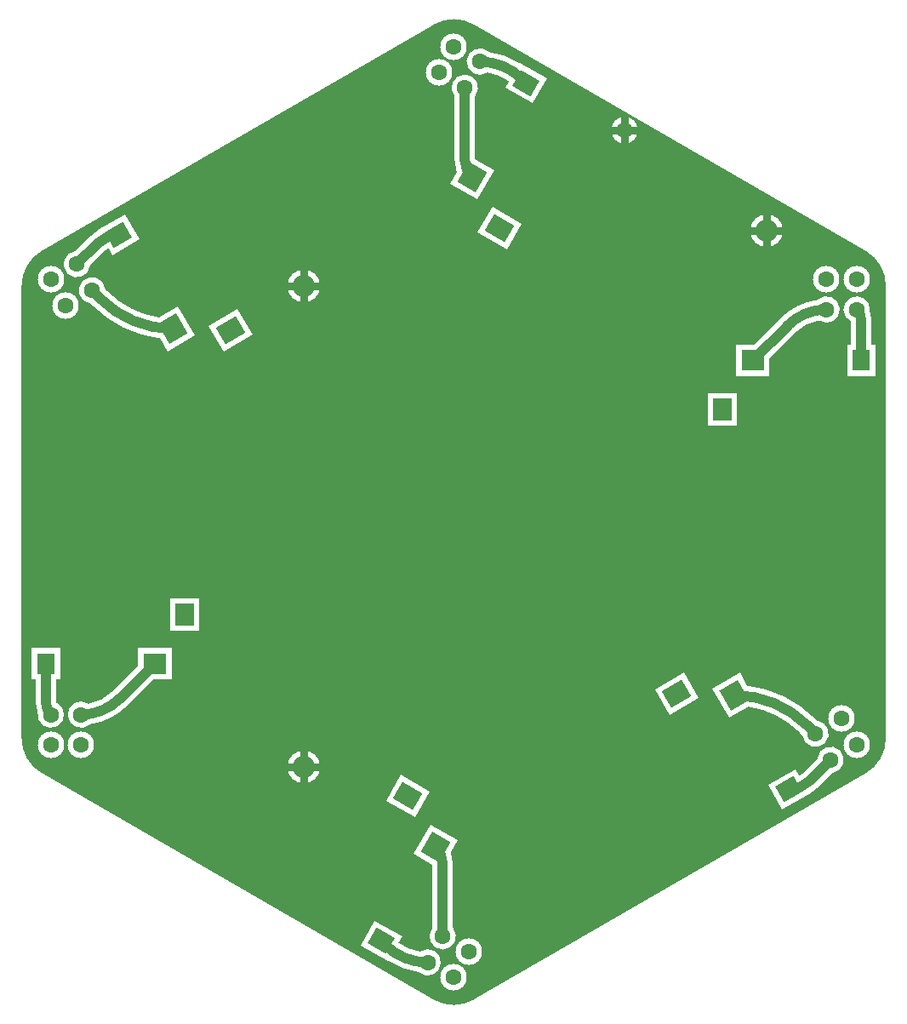
<source format=gbr>
G04 ================== begin FILE IDENTIFICATION RECORD ==================*
G04 Layout Name:  H:/JJL/PROJ/GS-Respeaker-Adapter/DESIGN/Adapter-Rev01.brd*
G04 Film Name:    SixMicAdapter-LAYER1-20200424*
G04 File Format:  Gerber RS274X*
G04 File Origin:  Cadence Allegro 16.6-2015-S108*
G04 Origin Date:  Fri Apr 24 13:42:38 2020*
G04 *
G04 Layer:  VIA CLASS/TOP*
G04 Layer:  PIN/TOP*
G04 Layer:  MANUFACTURING/TOP_FILM*
G04 Layer:  MANUFACTURING/ALL_FILM*
G04 Layer:  ETCH/TOP*
G04 *
G04 Offset:    (0.0000 0.0000)*
G04 Mirror:    No*
G04 Mode:      Positive*
G04 Rotation:  0*
G04 FullContactRelief:  No*
G04 UndefLineWidth:     0.0010*
G04 ================== end FILE IDENTIFICATION RECORD ====================*
%FSLAX35Y35*MOMM*%
%IR0*IPPOS*OFA0.00000B0.00000*MIA0B0*SFA1.00000B1.00000*%
%AMMACRO20*
21,1,2.3,1.9,0.0,0.0,150.*%
%ADD20MACRO20*%
%AMMACRO19*
21,1,2.3,2.1,0.0,0.0,60.*%
%ADD19MACRO19*%
%AMMACRO18*
21,1,1.8,2.1,0.0,0.0,60.*%
%ADD18MACRO18*%
%AMMACRO16*
21,1,2.3,1.9,0.0,0.0,30.*%
%ADD16MACRO16*%
%ADD12R,2.3X2.1*%
%ADD11R,1.8X2.1*%
%ADD15R,1.9X2.3*%
%ADD17C,2.2*%
%ADD10C,1.6*%
%AMMACRO13*
21,1,2.3,2.1,0.0,0.0,120.*%
%ADD13MACRO13*%
%AMMACRO14*
21,1,1.8,2.1,0.0,0.0,120.*%
%ADD14MACRO14*%
%ADD21C,.75*%
%ADD22C,1.*%
%ADD24C,3.2304*%
%ADD26C,2.6304*%
%ADD23C,2.6404*%
%ADD25R,2.9404X3.3404*%
G75*
%LPD*%
G75*
G36*
G01X199990Y-4849730D02*
G02X-199990I-199990J346401D01*
G01X-4099990Y-2598060D01*
G02X-4299990Y-2251660I199990J346404D01*
G01Y2251660D01*
G02X-4099990Y2598060I399990J-4D01*
G01X-199990Y4849730D01*
G02X199990I199990J-346401D01*
G01X4099990Y2598060D01*
G02X4299990Y2251660I-199990J-346404D01*
G01Y-2251660D01*
G02X4099990Y-2598060I-399990J4D01*
G01X199990Y-4849730D01*
G37*
%LPC*%
G75*
G36*
G01X-786400Y-4065210D02*
X-514440Y-4222230D01*
X-550310Y-4284350D01*
G03X-335910Y-4372120I290500J403871D01*
G02X-350260Y-4576160I76102J-107877D01*
G02X-643710Y-4467660I90438J695684D01*
G01X-645540Y-4466450D01*
X-655420Y-4468810D01*
X-928420Y-4311190D01*
X-786400Y-4065210D01*
G37*
G36*
G01X-7790Y-4136400D02*
G02X-211830I-102020J-83790D01*
G01Y-3506710D01*
X-400920Y-3397530D01*
X-233900Y-3108250D01*
X38060Y-3265270D01*
X-29790Y-3382790D01*
X-28970Y-3385030D01*
G02X-7790Y-3504310I-325368J-119295D01*
G01Y-4136400D01*
G37*
G36*
G01X-2988540Y-1665600D02*
X-3249230Y-1926290D01*
G02X-3618680Y-2110630I-460474J460479D01*
G02X-3634360Y-1906590I-91020J95628D01*
G03X-3393510Y-1782010I-75348J440777D01*
G01X-3142820Y-1531320D01*
Y-1351560D01*
X-2808780D01*
Y-1665600D01*
X-2988540D01*
G37*
G36*
G01X-3953780D02*
Y-1895410D01*
G02X-4140480Y-1996950I-55921J-119591D01*
G02X-4157820Y-1903710I242079J93252D01*
G01Y-1665600D01*
X-4197820D01*
Y-1351560D01*
X-3913780D01*
Y-1665600D01*
X-3953780D01*
G37*
G36*
G01X3393500Y1782010D02*
X3142820Y1531320D01*
Y1351560D01*
X2808780D01*
Y1665600D01*
X2988540D01*
X3249220Y1926290D01*
G02X3618680Y2110630I460473J-460482D01*
G02X3634360Y1906590I91020J-95628D01*
G03X3393500Y1782010I75337J-440781D01*
G37*
G36*
G01X4197820Y1665600D02*
Y1351560D01*
X3913780D01*
Y1665600D01*
X3953780D01*
Y1895410D01*
G02X4140480Y1996950I55921J119591D01*
G02X4157820Y1903710I-242079J-93252D01*
G01Y1665600D01*
X4197820D01*
G37*
G36*
G01X-3468490Y2218070D02*
X-3444590Y2194170D01*
G03X-2933400Y1935410I650221J650218D01*
G01X-2741900Y2045970D01*
X-2574880Y1756690D01*
X-2846840Y1599670D01*
X-2920900Y1727940D01*
X-2923450Y1728240D01*
G02X-3588870Y2049890I129075J1116151D01*
G01X-3612770Y2073790D01*
X-3614540Y2073990D01*
G02X-3468690Y2219840I14650J131200D01*
G01X-3468490Y2218070D01*
G37*
G36*
G01X-3269400Y2959630D02*
X-3127380Y2713650D01*
X-3399340Y2556630D01*
X-3434650Y2617790D01*
X-3446510Y2620290D01*
G03X-3471170Y2599440I112141J-157641D01*
G01X-3618490Y2452120D01*
X-3618690Y2450350D01*
G02X-3764540Y2596200I-131200J14650D01*
G01X-3762770Y2596400D01*
X-3615450Y2743720D01*
G02X-3541100Y2802160I281073J-281078D01*
G01X-3537710Y2804230D01*
X-3537840Y2804650D01*
X-3269400Y2959630D01*
G37*
G36*
G01X211830Y3506710D02*
X400920Y3397530D01*
X233900Y3108250D01*
X-38060Y3265270D01*
X29790Y3382790D01*
X28970Y3385030D01*
G02X7790Y3504310I325368J119295D01*
G01Y4136400D01*
G02X211830I102020J83790D01*
G01Y3506710D01*
G37*
G36*
G01X655420Y4468810D02*
X928420Y4311190D01*
X786400Y4065210D01*
X514440Y4222230D01*
X550310Y4284350D01*
G03X335910Y4372120I-290500J-403871D01*
G02X350260Y4576160I-76102J107877D01*
G02X643710Y4467660I-90438J-695684D01*
G01X645540Y4466450D01*
X655420Y4468810D01*
G37*
G36*
G01X-2001870Y1764210D02*
X-2291150Y1597190D01*
X-2438170Y1851830D01*
X-2148890Y2018850D01*
X-2001870Y1764210D01*
G37*
G36*
G01X-237630Y-2782790D02*
X-384650Y-3037430D01*
X-673930Y-2870410D01*
X-526910Y-2615770D01*
X-237630Y-2782790D01*
G37*
G36*
G01X673930Y2870410D02*
X526910Y2615770D01*
X237630Y2782790D01*
X384650Y3037430D01*
X673930Y2870410D01*
G37*
G36*
G01X2438170Y-1851830D02*
X2148890Y-2018850D01*
X2001870Y-1764210D01*
X2291150Y-1597190D01*
X2438170Y-1851830D01*
G37*
G36*
G01X3588850Y-2049880D02*
X3612770Y-2073800D01*
X3614540Y-2074000D01*
G02X3468690Y-2219850I-14650J-131200D01*
G01X3468490Y-2218080D01*
X3444570Y-2194160D01*
G03X2933400Y-1935410I-650204J-650208D01*
G01X2741900Y-2045970D01*
X2574880Y-1756690D01*
X2846840Y-1599670D01*
X2920900Y-1727940D01*
X2923450Y-1728240D01*
G02X3588850Y-2049880I-129077J-1116131D01*
G37*
G36*
G01X3471160Y-2599450D02*
X3618490Y-2452120D01*
X3618690Y-2450350D01*
G02X3764540Y-2596200I131200J-14650D01*
G01X3762770Y-2596400D01*
X3615440Y-2743730D01*
G02X3581010Y-2774370I-281025J281121D01*
G02X3540520Y-2802510I-246657J311710D01*
G01Y-2802520D01*
X3522840Y-2813310D01*
X3269400Y-2959630D01*
X3127380Y-2713650D01*
X3399340Y-2556630D01*
X3434650Y-2617790D01*
X3446510Y-2620290D01*
G03X3471160Y-2599450I-112141J157641D01*
G37*
G54D24*
X3110000Y2801660D03*
X-1490000Y2251660D03*
Y-2538340D03*
G54D26*
X1700000Y3800000D03*
G54D23*
X3709700Y2315000D03*
X3859700Y-2055200D03*
X150000Y-4370190D03*
X0Y4630000D03*
X-150000Y4370190D03*
X0Y-4630000D03*
X-4009700Y2315000D03*
X-3859700Y2055190D03*
X-3709700Y-2315000D03*
X-4009700D03*
X4009700Y2315000D03*
Y-2315000D03*
G54D25*
X2675800Y1018580D03*
X-2675800Y-1018580D03*
%LPD*%
G75*
G54D10*
X-3709700Y-2015000D03*
X-4009700D03*
Y-2315000D03*
X-3709700D03*
X-3859700Y2055190D03*
X-4009700Y2315000D03*
X-3599890Y2205190D03*
X-3749890Y2465000D03*
X0Y-4630000D03*
X-109810Y-4220190D03*
X-259810Y-4480000D03*
X-150000Y4370190D03*
X0Y4630000D03*
X150000Y-4370190D03*
X109810Y4220190D03*
X259810Y4480000D03*
X1700000Y3800000D03*
X3599890Y-2205200D03*
X3749890Y-2465000D03*
X3859700Y-2055200D03*
X4009700Y-2315000D03*
Y2315000D03*
X3709700D03*
Y2015000D03*
X4009700D03*
G54D11*
X-4055800Y-1508580D03*
X4055800Y1508580D03*
G54D20*
X-455780Y-2826600D03*
X455780Y2826600D03*
G54D21*
G01X-1490000Y-2538340D02*
X-1323380D01*
G01X-1656620D02*
X-1490000D01*
G01D02*
Y-2371720D01*
G01Y-2704960D02*
Y-2538340D01*
G01Y2251660D02*
X-1323380D01*
G01X-1656620D02*
X-1490000D01*
G01D02*
Y2418280D01*
G01Y2085040D02*
Y2251660D01*
G01X1700000Y3800000D02*
X1836620D01*
G01X1563380D02*
X1700000D01*
G01D02*
Y3936620D01*
G01Y3663380D02*
Y3800000D01*
G01X3110000Y2801660D02*
X3276620D01*
G01X2943380D02*
X3110000D01*
G01D02*
Y2968280D01*
G01Y2635040D02*
Y2801660D01*
G54D12*
X-2975800Y-1508580D03*
X2975800Y1508580D03*
G54D22*
G01X-2975800Y-1508580D02*
X-3321370Y-1854150D01*
G02X-3709700Y-2015000I-388332J388340D01*
G01X-4009700D02*
G02X-4055800Y-1903700I111300J111297D01*
G01Y-1508580D01*
G01X-3749890Y2465000D02*
X-3543310Y2671580D01*
G02X-3334370Y2758130I208942J-208930D01*
G01X-3599890Y2205190D02*
X-3516730Y2122030D01*
G03X-2794370Y1822820I722358J722360D01*
G01X-109810Y-4220190D02*
Y-3504310D01*
G03X-181430Y-3331400I-244530J2D01*
G01X-259810Y-4480000D02*
G02X-683730Y-4304400I8J599517D01*
G01X-721430Y-4266710D01*
G01X109810Y4220190D02*
Y3504310D01*
G03X181430Y3331400I244530J-2D01*
G01X259810Y4480000D02*
G02X683730Y4304400I-8J-599517D01*
G01X721430Y4266710D01*
G01X3749890Y-2465000D02*
X3543300Y-2671590D01*
G02X3334370Y-2758130I-208932J208940D01*
G01X3599890Y-2205200D02*
X3516710Y-2122020D01*
G03X2794370Y-1822820I-722340J-722350D01*
G01X3709700Y2015000D02*
G03X3321360Y1854150I-7J-549193D01*
G01X2975800Y1508580D01*
G01X4009700Y2015000D02*
G02X4055800Y1903700I-111300J-111297D01*
G01Y1508580D01*
G54D13*
X-2794370Y1822820D03*
X2794370Y-1822820D03*
G54D14*
X-3334370Y2758130D03*
X3334370Y-2758130D03*
G54D15*
X-2675800Y-1018580D03*
X2675800Y1018580D03*
G54D16*
X-2220020Y1808020D03*
X2220020Y-1808020D03*
G54D17*
X-1490000Y-2538340D03*
Y2251660D03*
X3110000Y2801660D03*
G54D18*
X-721430Y-4266710D03*
X721430Y4266710D03*
G54D19*
X-181430Y-3331400D03*
X181430Y3331400D03*
M02*

</source>
